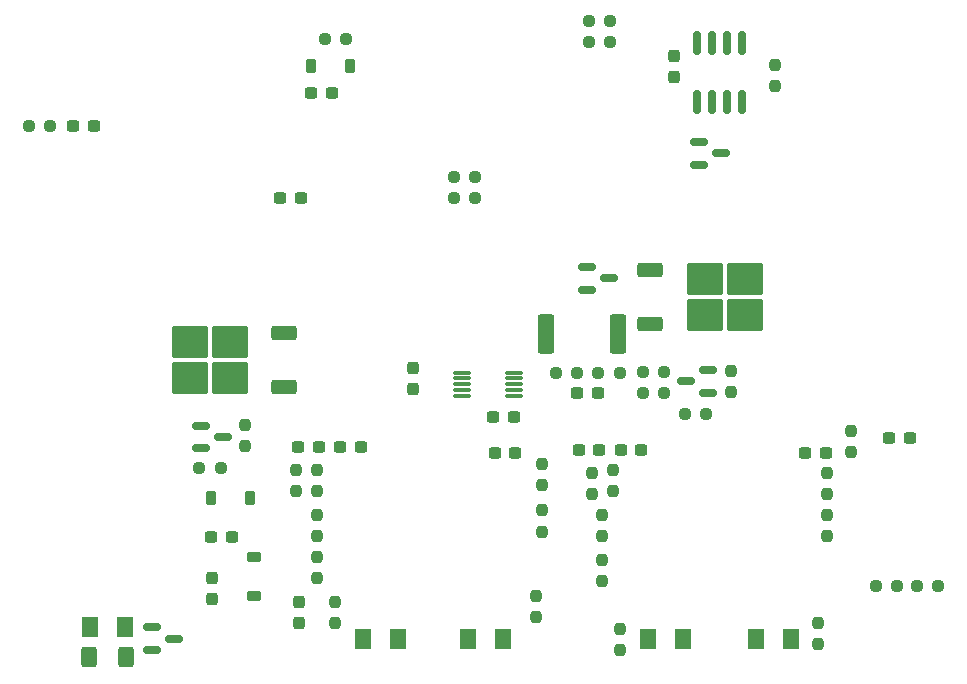
<source format=gtp>
%TF.GenerationSoftware,KiCad,Pcbnew,7.0.10-7.0.10~ubuntu22.04.1*%
%TF.CreationDate,2024-01-10T15:33:04-08:00*%
%TF.ProjectId,eFuse_voltmeter_r6,65467573-655f-4766-9f6c-746d65746572,rev?*%
%TF.SameCoordinates,Original*%
%TF.FileFunction,Paste,Top*%
%TF.FilePolarity,Positive*%
%FSLAX46Y46*%
G04 Gerber Fmt 4.6, Leading zero omitted, Abs format (unit mm)*
G04 Created by KiCad (PCBNEW 7.0.10-7.0.10~ubuntu22.04.1) date 2024-01-10 15:33:04*
%MOMM*%
%LPD*%
G01*
G04 APERTURE LIST*
G04 Aperture macros list*
%AMRoundRect*
0 Rectangle with rounded corners*
0 $1 Rounding radius*
0 $2 $3 $4 $5 $6 $7 $8 $9 X,Y pos of 4 corners*
0 Add a 4 corners polygon primitive as box body*
4,1,4,$2,$3,$4,$5,$6,$7,$8,$9,$2,$3,0*
0 Add four circle primitives for the rounded corners*
1,1,$1+$1,$2,$3*
1,1,$1+$1,$4,$5*
1,1,$1+$1,$6,$7*
1,1,$1+$1,$8,$9*
0 Add four rect primitives between the rounded corners*
20,1,$1+$1,$2,$3,$4,$5,0*
20,1,$1+$1,$4,$5,$6,$7,0*
20,1,$1+$1,$6,$7,$8,$9,0*
20,1,$1+$1,$8,$9,$2,$3,0*%
G04 Aperture macros list end*
%ADD10RoundRect,0.250000X-0.850000X-0.350000X0.850000X-0.350000X0.850000X0.350000X-0.850000X0.350000X0*%
%ADD11RoundRect,0.250000X-1.275000X-1.125000X1.275000X-1.125000X1.275000X1.125000X-1.275000X1.125000X0*%
%ADD12RoundRect,0.237500X0.237500X-0.250000X0.237500X0.250000X-0.237500X0.250000X-0.237500X-0.250000X0*%
%ADD13RoundRect,0.237500X-0.250000X-0.237500X0.250000X-0.237500X0.250000X0.237500X-0.250000X0.237500X0*%
%ADD14RoundRect,0.237500X0.237500X-0.300000X0.237500X0.300000X-0.237500X0.300000X-0.237500X-0.300000X0*%
%ADD15RoundRect,0.250001X0.462499X0.624999X-0.462499X0.624999X-0.462499X-0.624999X0.462499X-0.624999X0*%
%ADD16RoundRect,0.250000X0.850000X0.350000X-0.850000X0.350000X-0.850000X-0.350000X0.850000X-0.350000X0*%
%ADD17RoundRect,0.250000X1.275000X1.125000X-1.275000X1.125000X-1.275000X-1.125000X1.275000X-1.125000X0*%
%ADD18RoundRect,0.237500X-0.237500X0.250000X-0.237500X-0.250000X0.237500X-0.250000X0.237500X0.250000X0*%
%ADD19RoundRect,0.237500X0.300000X0.237500X-0.300000X0.237500X-0.300000X-0.237500X0.300000X-0.237500X0*%
%ADD20RoundRect,0.237500X0.250000X0.237500X-0.250000X0.237500X-0.250000X-0.237500X0.250000X-0.237500X0*%
%ADD21RoundRect,0.150000X0.587500X0.150000X-0.587500X0.150000X-0.587500X-0.150000X0.587500X-0.150000X0*%
%ADD22RoundRect,0.237500X-0.300000X-0.237500X0.300000X-0.237500X0.300000X0.237500X-0.300000X0.237500X0*%
%ADD23RoundRect,0.150000X-0.587500X-0.150000X0.587500X-0.150000X0.587500X0.150000X-0.587500X0.150000X0*%
%ADD24RoundRect,0.250000X0.400000X0.625000X-0.400000X0.625000X-0.400000X-0.625000X0.400000X-0.625000X0*%
%ADD25RoundRect,0.250001X-0.462499X-0.624999X0.462499X-0.624999X0.462499X0.624999X-0.462499X0.624999X0*%
%ADD26RoundRect,0.225000X0.225000X0.375000X-0.225000X0.375000X-0.225000X-0.375000X0.225000X-0.375000X0*%
%ADD27RoundRect,0.225000X-0.225000X-0.375000X0.225000X-0.375000X0.225000X0.375000X-0.225000X0.375000X0*%
%ADD28RoundRect,0.249999X0.450001X1.425001X-0.450001X1.425001X-0.450001X-1.425001X0.450001X-1.425001X0*%
%ADD29RoundRect,0.150000X0.150000X-0.825000X0.150000X0.825000X-0.150000X0.825000X-0.150000X-0.825000X0*%
%ADD30RoundRect,0.075000X-0.650000X-0.075000X0.650000X-0.075000X0.650000X0.075000X-0.650000X0.075000X0*%
%ADD31RoundRect,0.225000X-0.375000X0.225000X-0.375000X-0.225000X0.375000X-0.225000X0.375000X0.225000X0*%
G04 APERTURE END LIST*
D10*
%TO.C,Q2*%
X141300200Y-92592200D03*
D11*
X145925200Y-93347200D03*
X145925200Y-96397200D03*
X149275200Y-93347200D03*
X149275200Y-96397200D03*
D10*
X141300200Y-97152200D03*
%TD*%
D12*
%TO.C,R21*%
X138760200Y-124746700D03*
X138760200Y-122921700D03*
%TD*%
D13*
%TO.C,R12*%
X140641700Y-103006200D03*
X142466700Y-103006200D03*
%TD*%
D14*
%TO.C,C7*%
X104216200Y-120378700D03*
X104216200Y-118653700D03*
%TD*%
D13*
%TO.C,R9*%
X136069700Y-73288200D03*
X137894700Y-73288200D03*
%TD*%
D12*
%TO.C,R32*%
X132156200Y-110776700D03*
X132156200Y-108951700D03*
%TD*%
D15*
%TO.C,D8*%
X144057700Y-123834200D03*
X141082700Y-123834200D03*
%TD*%
D16*
%TO.C,Q1*%
X110312200Y-102486200D03*
D17*
X105687200Y-101731200D03*
X105687200Y-98681200D03*
X102337200Y-101731200D03*
X102337200Y-98681200D03*
D16*
X110312200Y-97926200D03*
%TD*%
D18*
%TO.C,R6*%
X107010200Y-105649700D03*
X107010200Y-107474700D03*
%TD*%
D12*
%TO.C,R20*%
X155524200Y-124238700D03*
X155524200Y-122413700D03*
%TD*%
D19*
%TO.C,C12*%
X156132700Y-108086200D03*
X154407700Y-108086200D03*
%TD*%
%TO.C,C10*%
X114323200Y-77606200D03*
X112598200Y-77606200D03*
%TD*%
D20*
%TO.C,R3*%
X138690700Y-101258200D03*
X136865700Y-101258200D03*
%TD*%
D13*
%TO.C,R13*%
X144197700Y-104784200D03*
X146022700Y-104784200D03*
%TD*%
D20*
%TO.C,R16*%
X165680600Y-119288200D03*
X163855600Y-119288200D03*
%TD*%
D13*
%TO.C,R17*%
X160375800Y-119288200D03*
X162200800Y-119288200D03*
%TD*%
D21*
%TO.C,Q3*%
X146223200Y-102940200D03*
X146223200Y-101040200D03*
X144348200Y-101990200D03*
%TD*%
D18*
%TO.C,R4*%
X158318200Y-106157700D03*
X158318200Y-107982700D03*
%TD*%
D22*
%TO.C,C16*%
X135230700Y-107797200D03*
X136955700Y-107797200D03*
%TD*%
D23*
%TO.C,D1*%
X103280700Y-105748200D03*
X103280700Y-107648200D03*
X105155700Y-106698200D03*
%TD*%
D19*
%TO.C,C2*%
X94156700Y-80400200D03*
X92431700Y-80400200D03*
%TD*%
D14*
%TO.C,C17*%
X143332200Y-76182700D03*
X143332200Y-74457700D03*
%TD*%
%TO.C,C9*%
X111582200Y-122410700D03*
X111582200Y-120685700D03*
%TD*%
D18*
%TO.C,R31*%
X113106200Y-109459700D03*
X113106200Y-111284700D03*
%TD*%
%TO.C,R33*%
X138125200Y-109459700D03*
X138125200Y-111284700D03*
%TD*%
D23*
%TO.C,D4*%
X99136200Y-122818200D03*
X99136200Y-124718200D03*
X101011200Y-123768200D03*
%TD*%
D13*
%TO.C,R11*%
X103105700Y-109298200D03*
X104930700Y-109298200D03*
%TD*%
D24*
%TO.C,R15*%
X96876200Y-125358200D03*
X93776200Y-125358200D03*
%TD*%
D18*
%TO.C,R35*%
X111328200Y-109459700D03*
X111328200Y-111284700D03*
%TD*%
D25*
%TO.C,D6*%
X125842700Y-123834200D03*
X128817700Y-123834200D03*
%TD*%
D26*
%TO.C,D3*%
X107390200Y-111896200D03*
X104090200Y-111896200D03*
%TD*%
D12*
%TO.C,R28*%
X137236200Y-115094700D03*
X137236200Y-113269700D03*
%TD*%
D25*
%TO.C,D7*%
X150226700Y-123834200D03*
X153201700Y-123834200D03*
%TD*%
D20*
%TO.C,R5*%
X90500200Y-80400200D03*
X88675200Y-80400200D03*
%TD*%
D27*
%TO.C,D10*%
X112600200Y-75320200D03*
X115900200Y-75320200D03*
%TD*%
D28*
%TO.C,R1*%
X138538200Y-97938200D03*
X132438200Y-97938200D03*
%TD*%
D13*
%TO.C,R7*%
X140641700Y-101228200D03*
X142466700Y-101228200D03*
%TD*%
D18*
%TO.C,R25*%
X113106200Y-116825700D03*
X113106200Y-118650700D03*
%TD*%
D20*
%TO.C,R24*%
X126464700Y-84718200D03*
X124639700Y-84718200D03*
%TD*%
D29*
%TO.C,U4*%
X145237200Y-78303200D03*
X146507200Y-78303200D03*
X147777200Y-78303200D03*
X149047200Y-78303200D03*
X149047200Y-73353200D03*
X147777200Y-73353200D03*
X146507200Y-73353200D03*
X145237200Y-73353200D03*
%TD*%
D15*
%TO.C,D5*%
X119927700Y-123834200D03*
X116952700Y-123834200D03*
%TD*%
D22*
%TO.C,C13*%
X115037700Y-107578200D03*
X116762700Y-107578200D03*
%TD*%
%TO.C,C6*%
X109957700Y-86496200D03*
X111682700Y-86496200D03*
%TD*%
%TO.C,C8*%
X104115700Y-115198200D03*
X105840700Y-115198200D03*
%TD*%
D23*
%TO.C,D2*%
X135966200Y-92318200D03*
X135966200Y-94218200D03*
X137841200Y-93268200D03*
%TD*%
D20*
%TO.C,R23*%
X126464700Y-86496200D03*
X124639700Y-86496200D03*
%TD*%
D12*
%TO.C,R19*%
X131648200Y-121952700D03*
X131648200Y-120127700D03*
%TD*%
%TO.C,R22*%
X151841200Y-76994700D03*
X151841200Y-75169700D03*
%TD*%
D23*
%TO.C,Q4*%
X145442700Y-81736200D03*
X145442700Y-83636200D03*
X147317700Y-82686200D03*
%TD*%
D30*
%TO.C,U1*%
X125384200Y-101244200D03*
X125384200Y-101744200D03*
X125384200Y-102244200D03*
X125384200Y-102744200D03*
X125384200Y-103244200D03*
X129784200Y-103244200D03*
X129784200Y-102744200D03*
X129784200Y-102244200D03*
X129784200Y-101744200D03*
X129784200Y-101244200D03*
%TD*%
D14*
%TO.C,C3*%
X121234200Y-102598700D03*
X121234200Y-100873700D03*
%TD*%
D22*
%TO.C,C15*%
X138786700Y-107797200D03*
X140511700Y-107797200D03*
%TD*%
%TO.C,C5*%
X127991700Y-105038200D03*
X129716700Y-105038200D03*
%TD*%
D12*
%TO.C,R18*%
X114630200Y-122460700D03*
X114630200Y-120635700D03*
%TD*%
%TO.C,R26*%
X113106200Y-115094700D03*
X113106200Y-113269700D03*
%TD*%
%TO.C,R29*%
X132156200Y-114737200D03*
X132156200Y-112912200D03*
%TD*%
D20*
%TO.C,R10*%
X115542700Y-73034200D03*
X113717700Y-73034200D03*
%TD*%
D25*
%TO.C,FB1*%
X93838700Y-122818200D03*
X96813700Y-122818200D03*
%TD*%
D22*
%TO.C,C1*%
X161519700Y-106816200D03*
X163244700Y-106816200D03*
%TD*%
D12*
%TO.C,R34*%
X156286200Y-111538700D03*
X156286200Y-109713700D03*
%TD*%
D18*
%TO.C,R36*%
X136347200Y-109713700D03*
X136347200Y-111538700D03*
%TD*%
D19*
%TO.C,C4*%
X136828700Y-103006200D03*
X135103700Y-103006200D03*
%TD*%
D13*
%TO.C,R8*%
X136069700Y-71510200D03*
X137894700Y-71510200D03*
%TD*%
D22*
%TO.C,C14*%
X111481700Y-107578200D03*
X113206700Y-107578200D03*
%TD*%
D19*
%TO.C,C11*%
X129843700Y-108086200D03*
X128118700Y-108086200D03*
%TD*%
D18*
%TO.C,R27*%
X137236200Y-117079700D03*
X137236200Y-118904700D03*
%TD*%
D13*
%TO.C,R2*%
X133305700Y-101258200D03*
X135130700Y-101258200D03*
%TD*%
D31*
%TO.C,D9*%
X107772200Y-116850200D03*
X107772200Y-120150200D03*
%TD*%
D12*
%TO.C,R14*%
X148158200Y-102902700D03*
X148158200Y-101077700D03*
%TD*%
%TO.C,R30*%
X156286200Y-115094700D03*
X156286200Y-113269700D03*
%TD*%
M02*

</source>
